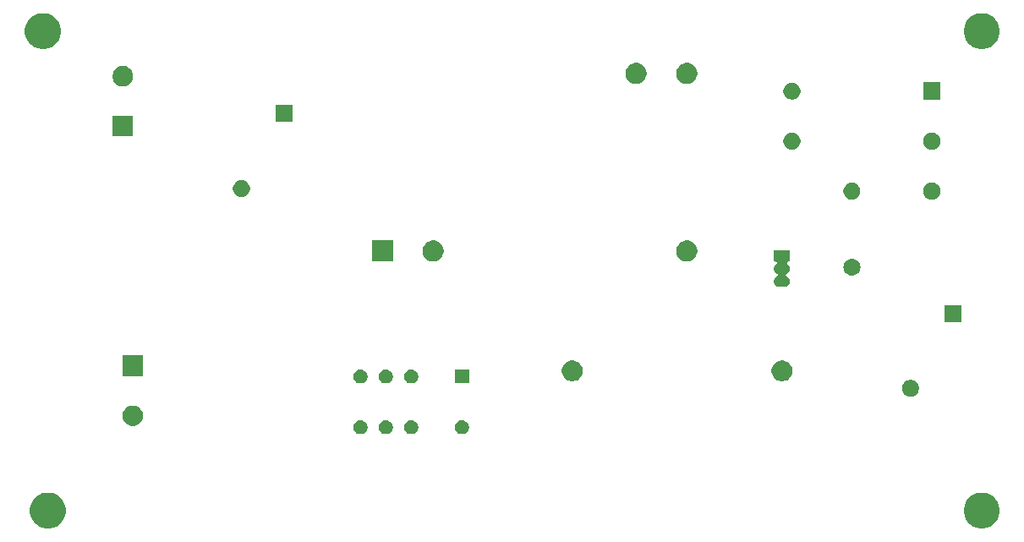
<source format=gbr>
%TF.GenerationSoftware,KiCad,Pcbnew,(5.0.1)-4*%
%TF.CreationDate,2019-03-02T13:09:36-06:00*%
%TF.ProjectId,PS Rev2,505320526576322E6B696361645F7063,rev?*%
%TF.SameCoordinates,Original*%
%TF.FileFunction,Soldermask,Bot*%
%TF.FilePolarity,Negative*%
%FSLAX46Y46*%
G04 Gerber Fmt 4.6, Leading zero omitted, Abs format (unit mm)*
G04 Created by KiCad (PCBNEW (5.0.1)-4) date 2019-03-02 1:09:36 PM*
%MOMM*%
%LPD*%
G01*
G04 APERTURE LIST*
%ADD10C,0.100000*%
G04 APERTURE END LIST*
D10*
G36*
X167525331Y-99268211D02*
X167853092Y-99403974D01*
X168148073Y-99601074D01*
X168398926Y-99851927D01*
X168596026Y-100146908D01*
X168731789Y-100474669D01*
X168801000Y-100822616D01*
X168801000Y-101177384D01*
X168731789Y-101525331D01*
X168596026Y-101853092D01*
X168398926Y-102148073D01*
X168148073Y-102398926D01*
X167853092Y-102596026D01*
X167525331Y-102731789D01*
X167177384Y-102801000D01*
X166822616Y-102801000D01*
X166474669Y-102731789D01*
X166146908Y-102596026D01*
X165851927Y-102398926D01*
X165601074Y-102148073D01*
X165403974Y-101853092D01*
X165268211Y-101525331D01*
X165199000Y-101177384D01*
X165199000Y-100822616D01*
X165268211Y-100474669D01*
X165403974Y-100146908D01*
X165601074Y-99851927D01*
X165851927Y-99601074D01*
X166146908Y-99403974D01*
X166474669Y-99268211D01*
X166822616Y-99199000D01*
X167177384Y-99199000D01*
X167525331Y-99268211D01*
X167525331Y-99268211D01*
G37*
G36*
X74025331Y-99268211D02*
X74353092Y-99403974D01*
X74648073Y-99601074D01*
X74898926Y-99851927D01*
X75096026Y-100146908D01*
X75231789Y-100474669D01*
X75301000Y-100822616D01*
X75301000Y-101177384D01*
X75231789Y-101525331D01*
X75096026Y-101853092D01*
X74898926Y-102148073D01*
X74648073Y-102398926D01*
X74353092Y-102596026D01*
X74025331Y-102731789D01*
X73677384Y-102801000D01*
X73322616Y-102801000D01*
X72974669Y-102731789D01*
X72646908Y-102596026D01*
X72351927Y-102398926D01*
X72101074Y-102148073D01*
X71903974Y-101853092D01*
X71768211Y-101525331D01*
X71699000Y-101177384D01*
X71699000Y-100822616D01*
X71768211Y-100474669D01*
X71903974Y-100146908D01*
X72101074Y-99851927D01*
X72351927Y-99601074D01*
X72646908Y-99403974D01*
X72974669Y-99268211D01*
X73322616Y-99199000D01*
X73677384Y-99199000D01*
X74025331Y-99268211D01*
X74025331Y-99268211D01*
G37*
G36*
X107535638Y-91962092D02*
X107535640Y-91962093D01*
X107535641Y-91962093D01*
X107663943Y-92015237D01*
X107778890Y-92092043D01*
X107779414Y-92092393D01*
X107877607Y-92190586D01*
X107877609Y-92190589D01*
X107954763Y-92306057D01*
X108007907Y-92434359D01*
X108035000Y-92570564D01*
X108035000Y-92709436D01*
X108007907Y-92845641D01*
X107954763Y-92973943D01*
X107877957Y-93088890D01*
X107877607Y-93089414D01*
X107779414Y-93187607D01*
X107779411Y-93187609D01*
X107663943Y-93264763D01*
X107535641Y-93317907D01*
X107535640Y-93317907D01*
X107535638Y-93317908D01*
X107399438Y-93345000D01*
X107260562Y-93345000D01*
X107124362Y-93317908D01*
X107124360Y-93317907D01*
X107124359Y-93317907D01*
X106996057Y-93264763D01*
X106880589Y-93187609D01*
X106880586Y-93187607D01*
X106782393Y-93089414D01*
X106782043Y-93088890D01*
X106705237Y-92973943D01*
X106652093Y-92845641D01*
X106625000Y-92709436D01*
X106625000Y-92570564D01*
X106652093Y-92434359D01*
X106705237Y-92306057D01*
X106782391Y-92190589D01*
X106782393Y-92190586D01*
X106880586Y-92092393D01*
X106881110Y-92092043D01*
X106996057Y-92015237D01*
X107124359Y-91962093D01*
X107124360Y-91962093D01*
X107124362Y-91962092D01*
X107260562Y-91935000D01*
X107399438Y-91935000D01*
X107535638Y-91962092D01*
X107535638Y-91962092D01*
G37*
G36*
X115155638Y-91962092D02*
X115155640Y-91962093D01*
X115155641Y-91962093D01*
X115283943Y-92015237D01*
X115398890Y-92092043D01*
X115399414Y-92092393D01*
X115497607Y-92190586D01*
X115497609Y-92190589D01*
X115574763Y-92306057D01*
X115627907Y-92434359D01*
X115655000Y-92570564D01*
X115655000Y-92709436D01*
X115627907Y-92845641D01*
X115574763Y-92973943D01*
X115497957Y-93088890D01*
X115497607Y-93089414D01*
X115399414Y-93187607D01*
X115399411Y-93187609D01*
X115283943Y-93264763D01*
X115155641Y-93317907D01*
X115155640Y-93317907D01*
X115155638Y-93317908D01*
X115019438Y-93345000D01*
X114880562Y-93345000D01*
X114744362Y-93317908D01*
X114744360Y-93317907D01*
X114744359Y-93317907D01*
X114616057Y-93264763D01*
X114500589Y-93187609D01*
X114500586Y-93187607D01*
X114402393Y-93089414D01*
X114402043Y-93088890D01*
X114325237Y-92973943D01*
X114272093Y-92845641D01*
X114245000Y-92709436D01*
X114245000Y-92570564D01*
X114272093Y-92434359D01*
X114325237Y-92306057D01*
X114402391Y-92190589D01*
X114402393Y-92190586D01*
X114500586Y-92092393D01*
X114501110Y-92092043D01*
X114616057Y-92015237D01*
X114744359Y-91962093D01*
X114744360Y-91962093D01*
X114744362Y-91962092D01*
X114880562Y-91935000D01*
X115019438Y-91935000D01*
X115155638Y-91962092D01*
X115155638Y-91962092D01*
G37*
G36*
X110075638Y-91962092D02*
X110075640Y-91962093D01*
X110075641Y-91962093D01*
X110203943Y-92015237D01*
X110318890Y-92092043D01*
X110319414Y-92092393D01*
X110417607Y-92190586D01*
X110417609Y-92190589D01*
X110494763Y-92306057D01*
X110547907Y-92434359D01*
X110575000Y-92570564D01*
X110575000Y-92709436D01*
X110547907Y-92845641D01*
X110494763Y-92973943D01*
X110417957Y-93088890D01*
X110417607Y-93089414D01*
X110319414Y-93187607D01*
X110319411Y-93187609D01*
X110203943Y-93264763D01*
X110075641Y-93317907D01*
X110075640Y-93317907D01*
X110075638Y-93317908D01*
X109939438Y-93345000D01*
X109800562Y-93345000D01*
X109664362Y-93317908D01*
X109664360Y-93317907D01*
X109664359Y-93317907D01*
X109536057Y-93264763D01*
X109420589Y-93187609D01*
X109420586Y-93187607D01*
X109322393Y-93089414D01*
X109322043Y-93088890D01*
X109245237Y-92973943D01*
X109192093Y-92845641D01*
X109165000Y-92709436D01*
X109165000Y-92570564D01*
X109192093Y-92434359D01*
X109245237Y-92306057D01*
X109322391Y-92190589D01*
X109322393Y-92190586D01*
X109420586Y-92092393D01*
X109421110Y-92092043D01*
X109536057Y-92015237D01*
X109664359Y-91962093D01*
X109664360Y-91962093D01*
X109664362Y-91962092D01*
X109800562Y-91935000D01*
X109939438Y-91935000D01*
X110075638Y-91962092D01*
X110075638Y-91962092D01*
G37*
G36*
X104995638Y-91962092D02*
X104995640Y-91962093D01*
X104995641Y-91962093D01*
X105123943Y-92015237D01*
X105238890Y-92092043D01*
X105239414Y-92092393D01*
X105337607Y-92190586D01*
X105337609Y-92190589D01*
X105414763Y-92306057D01*
X105467907Y-92434359D01*
X105495000Y-92570564D01*
X105495000Y-92709436D01*
X105467907Y-92845641D01*
X105414763Y-92973943D01*
X105337957Y-93088890D01*
X105337607Y-93089414D01*
X105239414Y-93187607D01*
X105239411Y-93187609D01*
X105123943Y-93264763D01*
X104995641Y-93317907D01*
X104995640Y-93317907D01*
X104995638Y-93317908D01*
X104859438Y-93345000D01*
X104720562Y-93345000D01*
X104584362Y-93317908D01*
X104584360Y-93317907D01*
X104584359Y-93317907D01*
X104456057Y-93264763D01*
X104340589Y-93187609D01*
X104340586Y-93187607D01*
X104242393Y-93089414D01*
X104242043Y-93088890D01*
X104165237Y-92973943D01*
X104112093Y-92845641D01*
X104085000Y-92709436D01*
X104085000Y-92570564D01*
X104112093Y-92434359D01*
X104165237Y-92306057D01*
X104242391Y-92190589D01*
X104242393Y-92190586D01*
X104340586Y-92092393D01*
X104341110Y-92092043D01*
X104456057Y-92015237D01*
X104584359Y-91962093D01*
X104584360Y-91962093D01*
X104584362Y-91962092D01*
X104720562Y-91935000D01*
X104859438Y-91935000D01*
X104995638Y-91962092D01*
X104995638Y-91962092D01*
G37*
G36*
X82299272Y-90513428D02*
X82485992Y-90590770D01*
X82654040Y-90703056D01*
X82796944Y-90845960D01*
X82909230Y-91014008D01*
X82986572Y-91200728D01*
X83026000Y-91398946D01*
X83026000Y-91601054D01*
X82986572Y-91799272D01*
X82909230Y-91985992D01*
X82796944Y-92154040D01*
X82654040Y-92296944D01*
X82485992Y-92409230D01*
X82299272Y-92486572D01*
X82101054Y-92526000D01*
X81898946Y-92526000D01*
X81700728Y-92486572D01*
X81514008Y-92409230D01*
X81345960Y-92296944D01*
X81203056Y-92154040D01*
X81090770Y-91985992D01*
X81013428Y-91799272D01*
X80974000Y-91601054D01*
X80974000Y-91398946D01*
X81013428Y-91200728D01*
X81090770Y-91014008D01*
X81203056Y-90845960D01*
X81345960Y-90703056D01*
X81514008Y-90590770D01*
X81700728Y-90513428D01*
X81898946Y-90474000D01*
X82101054Y-90474000D01*
X82299272Y-90513428D01*
X82299272Y-90513428D01*
G37*
G36*
X160123228Y-87931703D02*
X160278100Y-87995853D01*
X160417481Y-88088985D01*
X160536015Y-88207519D01*
X160629147Y-88346900D01*
X160693297Y-88501772D01*
X160726000Y-88666184D01*
X160726000Y-88833816D01*
X160693297Y-88998228D01*
X160629147Y-89153100D01*
X160536015Y-89292481D01*
X160417481Y-89411015D01*
X160278100Y-89504147D01*
X160123228Y-89568297D01*
X159958816Y-89601000D01*
X159791184Y-89601000D01*
X159626772Y-89568297D01*
X159471900Y-89504147D01*
X159332519Y-89411015D01*
X159213985Y-89292481D01*
X159120853Y-89153100D01*
X159056703Y-88998228D01*
X159024000Y-88833816D01*
X159024000Y-88666184D01*
X159056703Y-88501772D01*
X159120853Y-88346900D01*
X159213985Y-88207519D01*
X159332519Y-88088985D01*
X159471900Y-87995853D01*
X159626772Y-87931703D01*
X159791184Y-87899000D01*
X159958816Y-87899000D01*
X160123228Y-87931703D01*
X160123228Y-87931703D01*
G37*
G36*
X104995638Y-86882092D02*
X104995640Y-86882093D01*
X104995641Y-86882093D01*
X105123943Y-86935237D01*
X105238890Y-87012043D01*
X105239414Y-87012393D01*
X105337607Y-87110586D01*
X105337609Y-87110589D01*
X105414763Y-87226057D01*
X105467907Y-87354359D01*
X105495000Y-87490564D01*
X105495000Y-87629436D01*
X105467907Y-87765641D01*
X105414763Y-87893943D01*
X105337957Y-88008890D01*
X105337607Y-88009414D01*
X105239414Y-88107607D01*
X105239411Y-88107609D01*
X105123943Y-88184763D01*
X104995641Y-88237907D01*
X104995640Y-88237907D01*
X104995638Y-88237908D01*
X104859438Y-88265000D01*
X104720562Y-88265000D01*
X104584362Y-88237908D01*
X104584360Y-88237907D01*
X104584359Y-88237907D01*
X104456057Y-88184763D01*
X104340589Y-88107609D01*
X104340586Y-88107607D01*
X104242393Y-88009414D01*
X104242043Y-88008890D01*
X104165237Y-87893943D01*
X104112093Y-87765641D01*
X104085000Y-87629436D01*
X104085000Y-87490564D01*
X104112093Y-87354359D01*
X104165237Y-87226057D01*
X104242391Y-87110589D01*
X104242393Y-87110586D01*
X104340586Y-87012393D01*
X104341110Y-87012043D01*
X104456057Y-86935237D01*
X104584359Y-86882093D01*
X104584360Y-86882093D01*
X104584362Y-86882092D01*
X104720562Y-86855000D01*
X104859438Y-86855000D01*
X104995638Y-86882092D01*
X104995638Y-86882092D01*
G37*
G36*
X107535638Y-86882092D02*
X107535640Y-86882093D01*
X107535641Y-86882093D01*
X107663943Y-86935237D01*
X107778890Y-87012043D01*
X107779414Y-87012393D01*
X107877607Y-87110586D01*
X107877609Y-87110589D01*
X107954763Y-87226057D01*
X108007907Y-87354359D01*
X108035000Y-87490564D01*
X108035000Y-87629436D01*
X108007907Y-87765641D01*
X107954763Y-87893943D01*
X107877957Y-88008890D01*
X107877607Y-88009414D01*
X107779414Y-88107607D01*
X107779411Y-88107609D01*
X107663943Y-88184763D01*
X107535641Y-88237907D01*
X107535640Y-88237907D01*
X107535638Y-88237908D01*
X107399438Y-88265000D01*
X107260562Y-88265000D01*
X107124362Y-88237908D01*
X107124360Y-88237907D01*
X107124359Y-88237907D01*
X106996057Y-88184763D01*
X106880589Y-88107609D01*
X106880586Y-88107607D01*
X106782393Y-88009414D01*
X106782043Y-88008890D01*
X106705237Y-87893943D01*
X106652093Y-87765641D01*
X106625000Y-87629436D01*
X106625000Y-87490564D01*
X106652093Y-87354359D01*
X106705237Y-87226057D01*
X106782391Y-87110589D01*
X106782393Y-87110586D01*
X106880586Y-87012393D01*
X106881110Y-87012043D01*
X106996057Y-86935237D01*
X107124359Y-86882093D01*
X107124360Y-86882093D01*
X107124362Y-86882092D01*
X107260562Y-86855000D01*
X107399438Y-86855000D01*
X107535638Y-86882092D01*
X107535638Y-86882092D01*
G37*
G36*
X110075638Y-86882092D02*
X110075640Y-86882093D01*
X110075641Y-86882093D01*
X110203943Y-86935237D01*
X110318890Y-87012043D01*
X110319414Y-87012393D01*
X110417607Y-87110586D01*
X110417609Y-87110589D01*
X110494763Y-87226057D01*
X110547907Y-87354359D01*
X110575000Y-87490564D01*
X110575000Y-87629436D01*
X110547907Y-87765641D01*
X110494763Y-87893943D01*
X110417957Y-88008890D01*
X110417607Y-88009414D01*
X110319414Y-88107607D01*
X110319411Y-88107609D01*
X110203943Y-88184763D01*
X110075641Y-88237907D01*
X110075640Y-88237907D01*
X110075638Y-88237908D01*
X109939438Y-88265000D01*
X109800562Y-88265000D01*
X109664362Y-88237908D01*
X109664360Y-88237907D01*
X109664359Y-88237907D01*
X109536057Y-88184763D01*
X109420589Y-88107609D01*
X109420586Y-88107607D01*
X109322393Y-88009414D01*
X109322043Y-88008890D01*
X109245237Y-87893943D01*
X109192093Y-87765641D01*
X109165000Y-87629436D01*
X109165000Y-87490564D01*
X109192093Y-87354359D01*
X109245237Y-87226057D01*
X109322391Y-87110589D01*
X109322393Y-87110586D01*
X109420586Y-87012393D01*
X109421110Y-87012043D01*
X109536057Y-86935237D01*
X109664359Y-86882093D01*
X109664360Y-86882093D01*
X109664362Y-86882092D01*
X109800562Y-86855000D01*
X109939438Y-86855000D01*
X110075638Y-86882092D01*
X110075638Y-86882092D01*
G37*
G36*
X115655000Y-88265000D02*
X114245000Y-88265000D01*
X114245000Y-86855000D01*
X115655000Y-86855000D01*
X115655000Y-88265000D01*
X115655000Y-88265000D01*
G37*
G36*
X147306565Y-85989389D02*
X147497834Y-86068615D01*
X147669976Y-86183637D01*
X147816363Y-86330024D01*
X147931385Y-86502166D01*
X148010611Y-86693435D01*
X148051000Y-86896484D01*
X148051000Y-87103516D01*
X148010611Y-87306565D01*
X147931385Y-87497834D01*
X147816363Y-87669976D01*
X147669976Y-87816363D01*
X147497834Y-87931385D01*
X147306565Y-88010611D01*
X147103516Y-88051000D01*
X146896484Y-88051000D01*
X146693435Y-88010611D01*
X146502166Y-87931385D01*
X146330024Y-87816363D01*
X146183637Y-87669976D01*
X146068615Y-87497834D01*
X145989389Y-87306565D01*
X145949000Y-87103516D01*
X145949000Y-86896484D01*
X145989389Y-86693435D01*
X146068615Y-86502166D01*
X146183637Y-86330024D01*
X146330024Y-86183637D01*
X146502166Y-86068615D01*
X146693435Y-85989389D01*
X146896484Y-85949000D01*
X147103516Y-85949000D01*
X147306565Y-85989389D01*
X147306565Y-85989389D01*
G37*
G36*
X126306565Y-85989389D02*
X126497834Y-86068615D01*
X126669976Y-86183637D01*
X126816363Y-86330024D01*
X126931385Y-86502166D01*
X127010611Y-86693435D01*
X127051000Y-86896484D01*
X127051000Y-87103516D01*
X127010611Y-87306565D01*
X126931385Y-87497834D01*
X126816363Y-87669976D01*
X126669976Y-87816363D01*
X126497834Y-87931385D01*
X126306565Y-88010611D01*
X126103516Y-88051000D01*
X125896484Y-88051000D01*
X125693435Y-88010611D01*
X125502166Y-87931385D01*
X125330024Y-87816363D01*
X125183637Y-87669976D01*
X125068615Y-87497834D01*
X124989389Y-87306565D01*
X124949000Y-87103516D01*
X124949000Y-86896484D01*
X124989389Y-86693435D01*
X125068615Y-86502166D01*
X125183637Y-86330024D01*
X125330024Y-86183637D01*
X125502166Y-86068615D01*
X125693435Y-85989389D01*
X125896484Y-85949000D01*
X126103516Y-85949000D01*
X126306565Y-85989389D01*
X126306565Y-85989389D01*
G37*
G36*
X83026000Y-87526000D02*
X80974000Y-87526000D01*
X80974000Y-85474000D01*
X83026000Y-85474000D01*
X83026000Y-87526000D01*
X83026000Y-87526000D01*
G37*
G36*
X164976000Y-82101000D02*
X163274000Y-82101000D01*
X163274000Y-80399000D01*
X164976000Y-80399000D01*
X164976000Y-82101000D01*
X164976000Y-82101000D01*
G37*
G36*
X147801000Y-76076000D02*
X147636664Y-76076000D01*
X147612278Y-76078402D01*
X147588829Y-76085515D01*
X147567218Y-76097066D01*
X147548276Y-76112612D01*
X147532730Y-76131554D01*
X147521179Y-76153165D01*
X147514066Y-76176614D01*
X147511664Y-76201000D01*
X147514066Y-76225386D01*
X147521179Y-76248835D01*
X147532730Y-76270446D01*
X147557365Y-76297626D01*
X147634264Y-76360736D01*
X147706244Y-76448443D01*
X147759729Y-76548508D01*
X147792666Y-76657084D01*
X147803787Y-76770000D01*
X147792666Y-76882916D01*
X147759729Y-76991492D01*
X147759726Y-76991497D01*
X147706244Y-77091557D01*
X147634264Y-77179264D01*
X147546557Y-77251244D01*
X147465143Y-77294760D01*
X147444768Y-77308373D01*
X147427441Y-77325701D01*
X147413827Y-77346075D01*
X147404450Y-77368714D01*
X147399669Y-77392747D01*
X147399669Y-77417252D01*
X147404449Y-77441285D01*
X147413827Y-77463924D01*
X147427440Y-77484299D01*
X147444768Y-77501626D01*
X147465143Y-77515240D01*
X147546557Y-77558756D01*
X147634264Y-77630736D01*
X147706244Y-77718443D01*
X147759729Y-77818508D01*
X147792666Y-77927084D01*
X147803787Y-78040000D01*
X147792666Y-78152916D01*
X147759729Y-78261492D01*
X147706244Y-78361557D01*
X147634264Y-78449264D01*
X147546557Y-78521244D01*
X147446492Y-78574729D01*
X147337916Y-78607666D01*
X147253298Y-78616000D01*
X146746702Y-78616000D01*
X146662084Y-78607666D01*
X146553508Y-78574729D01*
X146453443Y-78521244D01*
X146365736Y-78449264D01*
X146293756Y-78361557D01*
X146240271Y-78261492D01*
X146207334Y-78152916D01*
X146196213Y-78040000D01*
X146207334Y-77927084D01*
X146240271Y-77818508D01*
X146293756Y-77718443D01*
X146365736Y-77630736D01*
X146453443Y-77558756D01*
X146534857Y-77515240D01*
X146555232Y-77501627D01*
X146572559Y-77484299D01*
X146586173Y-77463925D01*
X146595550Y-77441286D01*
X146600331Y-77417253D01*
X146600331Y-77392748D01*
X146595551Y-77368715D01*
X146586173Y-77346076D01*
X146572560Y-77325701D01*
X146555232Y-77308374D01*
X146534857Y-77294760D01*
X146453443Y-77251244D01*
X146365736Y-77179264D01*
X146293756Y-77091557D01*
X146240274Y-76991497D01*
X146240271Y-76991492D01*
X146207334Y-76882916D01*
X146196213Y-76770000D01*
X146207334Y-76657084D01*
X146240271Y-76548508D01*
X146293756Y-76448443D01*
X146365736Y-76360736D01*
X146442635Y-76297626D01*
X146459962Y-76280299D01*
X146473576Y-76259924D01*
X146482954Y-76237285D01*
X146487734Y-76213252D01*
X146487734Y-76188748D01*
X146482953Y-76164714D01*
X146473576Y-76142075D01*
X146459962Y-76121701D01*
X146442635Y-76104374D01*
X146422260Y-76090760D01*
X146399621Y-76081382D01*
X146363336Y-76076000D01*
X146199000Y-76076000D01*
X146199000Y-74924000D01*
X147801000Y-74924000D01*
X147801000Y-76076000D01*
X147801000Y-76076000D01*
G37*
G36*
X154166821Y-75781313D02*
X154166824Y-75781314D01*
X154166825Y-75781314D01*
X154327239Y-75829975D01*
X154327241Y-75829976D01*
X154327244Y-75829977D01*
X154475078Y-75908995D01*
X154604659Y-76015341D01*
X154711005Y-76144922D01*
X154790023Y-76292756D01*
X154790024Y-76292759D01*
X154790025Y-76292761D01*
X154838686Y-76453175D01*
X154838687Y-76453179D01*
X154855117Y-76620000D01*
X154838687Y-76786821D01*
X154790023Y-76947244D01*
X154711005Y-77095078D01*
X154604659Y-77224659D01*
X154475078Y-77331005D01*
X154327244Y-77410023D01*
X154327241Y-77410024D01*
X154327239Y-77410025D01*
X154166825Y-77458686D01*
X154166824Y-77458686D01*
X154166821Y-77458687D01*
X154041804Y-77471000D01*
X153958196Y-77471000D01*
X153833179Y-77458687D01*
X153833176Y-77458686D01*
X153833175Y-77458686D01*
X153672761Y-77410025D01*
X153672759Y-77410024D01*
X153672756Y-77410023D01*
X153524922Y-77331005D01*
X153395341Y-77224659D01*
X153288995Y-77095078D01*
X153209977Y-76947244D01*
X153161313Y-76786821D01*
X153144883Y-76620000D01*
X153161313Y-76453179D01*
X153161314Y-76453175D01*
X153209975Y-76292761D01*
X153209976Y-76292759D01*
X153209977Y-76292756D01*
X153288995Y-76144922D01*
X153395341Y-76015341D01*
X153524922Y-75908995D01*
X153672756Y-75829977D01*
X153672759Y-75829976D01*
X153672761Y-75829975D01*
X153833175Y-75781314D01*
X153833176Y-75781314D01*
X153833179Y-75781313D01*
X153958196Y-75769000D01*
X154041804Y-75769000D01*
X154166821Y-75781313D01*
X154166821Y-75781313D01*
G37*
G36*
X112386565Y-73989389D02*
X112577834Y-74068615D01*
X112749976Y-74183637D01*
X112896363Y-74330024D01*
X113011385Y-74502166D01*
X113090611Y-74693435D01*
X113131000Y-74896484D01*
X113131000Y-75103516D01*
X113090611Y-75306565D01*
X113011385Y-75497834D01*
X112896363Y-75669976D01*
X112749976Y-75816363D01*
X112577834Y-75931385D01*
X112386565Y-76010611D01*
X112183516Y-76051000D01*
X111976484Y-76051000D01*
X111773435Y-76010611D01*
X111582166Y-75931385D01*
X111410024Y-75816363D01*
X111263637Y-75669976D01*
X111148615Y-75497834D01*
X111069389Y-75306565D01*
X111029000Y-75103516D01*
X111029000Y-74896484D01*
X111069389Y-74693435D01*
X111148615Y-74502166D01*
X111263637Y-74330024D01*
X111410024Y-74183637D01*
X111582166Y-74068615D01*
X111773435Y-73989389D01*
X111976484Y-73949000D01*
X112183516Y-73949000D01*
X112386565Y-73989389D01*
X112386565Y-73989389D01*
G37*
G36*
X108051000Y-76051000D02*
X105949000Y-76051000D01*
X105949000Y-73949000D01*
X108051000Y-73949000D01*
X108051000Y-76051000D01*
X108051000Y-76051000D01*
G37*
G36*
X137786565Y-73989389D02*
X137977834Y-74068615D01*
X138149976Y-74183637D01*
X138296363Y-74330024D01*
X138411385Y-74502166D01*
X138490611Y-74693435D01*
X138531000Y-74896484D01*
X138531000Y-75103516D01*
X138490611Y-75306565D01*
X138411385Y-75497834D01*
X138296363Y-75669976D01*
X138149976Y-75816363D01*
X137977834Y-75931385D01*
X137786565Y-76010611D01*
X137583516Y-76051000D01*
X137376484Y-76051000D01*
X137173435Y-76010611D01*
X136982166Y-75931385D01*
X136810024Y-75816363D01*
X136663637Y-75669976D01*
X136548615Y-75497834D01*
X136469389Y-75306565D01*
X136429000Y-75103516D01*
X136429000Y-74896484D01*
X136469389Y-74693435D01*
X136548615Y-74502166D01*
X136663637Y-74330024D01*
X136810024Y-74183637D01*
X136982166Y-74068615D01*
X137173435Y-73989389D01*
X137376484Y-73949000D01*
X137583516Y-73949000D01*
X137786565Y-73989389D01*
X137786565Y-73989389D01*
G37*
G36*
X162128589Y-68132416D02*
X162255520Y-68157664D01*
X162414942Y-68223699D01*
X162558418Y-68319566D01*
X162680434Y-68441582D01*
X162776301Y-68585058D01*
X162842336Y-68744480D01*
X162876000Y-68913721D01*
X162876000Y-69086279D01*
X162842336Y-69255520D01*
X162776301Y-69414942D01*
X162680434Y-69558418D01*
X162558418Y-69680434D01*
X162414942Y-69776301D01*
X162255520Y-69842336D01*
X162128589Y-69867584D01*
X162086280Y-69876000D01*
X161913720Y-69876000D01*
X161871411Y-69867584D01*
X161744480Y-69842336D01*
X161585058Y-69776301D01*
X161441582Y-69680434D01*
X161319566Y-69558418D01*
X161223699Y-69414942D01*
X161157664Y-69255520D01*
X161124000Y-69086279D01*
X161124000Y-68913721D01*
X161157664Y-68744480D01*
X161223699Y-68585058D01*
X161319566Y-68441582D01*
X161441582Y-68319566D01*
X161585058Y-68223699D01*
X161744480Y-68157664D01*
X161871411Y-68132416D01*
X161913720Y-68124000D01*
X162086280Y-68124000D01*
X162128589Y-68132416D01*
X162128589Y-68132416D01*
G37*
G36*
X154248228Y-68181703D02*
X154403100Y-68245853D01*
X154542481Y-68338985D01*
X154661015Y-68457519D01*
X154754147Y-68596900D01*
X154818297Y-68751772D01*
X154851000Y-68916184D01*
X154851000Y-69083816D01*
X154818297Y-69248228D01*
X154754147Y-69403100D01*
X154661015Y-69542481D01*
X154542481Y-69661015D01*
X154403100Y-69754147D01*
X154248228Y-69818297D01*
X154083816Y-69851000D01*
X153916184Y-69851000D01*
X153751772Y-69818297D01*
X153596900Y-69754147D01*
X153457519Y-69661015D01*
X153338985Y-69542481D01*
X153245853Y-69403100D01*
X153181703Y-69248228D01*
X153149000Y-69083816D01*
X153149000Y-68916184D01*
X153181703Y-68751772D01*
X153245853Y-68596900D01*
X153338985Y-68457519D01*
X153457519Y-68338985D01*
X153596900Y-68245853D01*
X153751772Y-68181703D01*
X153916184Y-68149000D01*
X154083816Y-68149000D01*
X154248228Y-68181703D01*
X154248228Y-68181703D01*
G37*
G36*
X93123228Y-67931703D02*
X93278100Y-67995853D01*
X93417481Y-68088985D01*
X93536015Y-68207519D01*
X93629147Y-68346900D01*
X93693297Y-68501772D01*
X93726000Y-68666184D01*
X93726000Y-68833816D01*
X93693297Y-68998228D01*
X93629147Y-69153100D01*
X93536015Y-69292481D01*
X93417481Y-69411015D01*
X93278100Y-69504147D01*
X93123228Y-69568297D01*
X92958816Y-69601000D01*
X92791184Y-69601000D01*
X92626772Y-69568297D01*
X92471900Y-69504147D01*
X92332519Y-69411015D01*
X92213985Y-69292481D01*
X92120853Y-69153100D01*
X92056703Y-68998228D01*
X92024000Y-68833816D01*
X92024000Y-68666184D01*
X92056703Y-68501772D01*
X92120853Y-68346900D01*
X92213985Y-68207519D01*
X92332519Y-68088985D01*
X92471900Y-67995853D01*
X92626772Y-67931703D01*
X92791184Y-67899000D01*
X92958816Y-67899000D01*
X93123228Y-67931703D01*
X93123228Y-67931703D01*
G37*
G36*
X162128589Y-63132416D02*
X162255520Y-63157664D01*
X162414942Y-63223699D01*
X162558418Y-63319566D01*
X162680434Y-63441582D01*
X162776301Y-63585058D01*
X162842336Y-63744480D01*
X162876000Y-63913721D01*
X162876000Y-64086279D01*
X162842336Y-64255520D01*
X162776301Y-64414942D01*
X162680434Y-64558418D01*
X162558418Y-64680434D01*
X162414942Y-64776301D01*
X162255520Y-64842336D01*
X162128589Y-64867584D01*
X162086280Y-64876000D01*
X161913720Y-64876000D01*
X161871411Y-64867584D01*
X161744480Y-64842336D01*
X161585058Y-64776301D01*
X161441582Y-64680434D01*
X161319566Y-64558418D01*
X161223699Y-64414942D01*
X161157664Y-64255520D01*
X161124000Y-64086279D01*
X161124000Y-63913721D01*
X161157664Y-63744480D01*
X161223699Y-63585058D01*
X161319566Y-63441582D01*
X161441582Y-63319566D01*
X161585058Y-63223699D01*
X161744480Y-63157664D01*
X161871411Y-63132416D01*
X161913720Y-63124000D01*
X162086280Y-63124000D01*
X162128589Y-63132416D01*
X162128589Y-63132416D01*
G37*
G36*
X148248228Y-63181703D02*
X148403100Y-63245853D01*
X148542481Y-63338985D01*
X148661015Y-63457519D01*
X148754147Y-63596900D01*
X148818297Y-63751772D01*
X148851000Y-63916184D01*
X148851000Y-64083816D01*
X148818297Y-64248228D01*
X148754147Y-64403100D01*
X148661015Y-64542481D01*
X148542481Y-64661015D01*
X148403100Y-64754147D01*
X148248228Y-64818297D01*
X148083816Y-64851000D01*
X147916184Y-64851000D01*
X147751772Y-64818297D01*
X147596900Y-64754147D01*
X147457519Y-64661015D01*
X147338985Y-64542481D01*
X147245853Y-64403100D01*
X147181703Y-64248228D01*
X147149000Y-64083816D01*
X147149000Y-63916184D01*
X147181703Y-63751772D01*
X147245853Y-63596900D01*
X147338985Y-63457519D01*
X147457519Y-63338985D01*
X147596900Y-63245853D01*
X147751772Y-63181703D01*
X147916184Y-63149000D01*
X148083816Y-63149000D01*
X148248228Y-63181703D01*
X148248228Y-63181703D01*
G37*
G36*
X82026000Y-63526000D02*
X79974000Y-63526000D01*
X79974000Y-61474000D01*
X82026000Y-61474000D01*
X82026000Y-63526000D01*
X82026000Y-63526000D01*
G37*
G36*
X97976000Y-62101000D02*
X96274000Y-62101000D01*
X96274000Y-60399000D01*
X97976000Y-60399000D01*
X97976000Y-62101000D01*
X97976000Y-62101000D01*
G37*
G36*
X162876000Y-59876000D02*
X161124000Y-59876000D01*
X161124000Y-58124000D01*
X162876000Y-58124000D01*
X162876000Y-59876000D01*
X162876000Y-59876000D01*
G37*
G36*
X148248228Y-58181703D02*
X148403100Y-58245853D01*
X148542481Y-58338985D01*
X148661015Y-58457519D01*
X148754147Y-58596900D01*
X148818297Y-58751772D01*
X148851000Y-58916184D01*
X148851000Y-59083816D01*
X148818297Y-59248228D01*
X148754147Y-59403100D01*
X148661015Y-59542481D01*
X148542481Y-59661015D01*
X148403100Y-59754147D01*
X148248228Y-59818297D01*
X148083816Y-59851000D01*
X147916184Y-59851000D01*
X147751772Y-59818297D01*
X147596900Y-59754147D01*
X147457519Y-59661015D01*
X147338985Y-59542481D01*
X147245853Y-59403100D01*
X147181703Y-59248228D01*
X147149000Y-59083816D01*
X147149000Y-58916184D01*
X147181703Y-58751772D01*
X147245853Y-58596900D01*
X147338985Y-58457519D01*
X147457519Y-58338985D01*
X147596900Y-58245853D01*
X147751772Y-58181703D01*
X147916184Y-58149000D01*
X148083816Y-58149000D01*
X148248228Y-58181703D01*
X148248228Y-58181703D01*
G37*
G36*
X81299272Y-56513428D02*
X81485992Y-56590770D01*
X81654040Y-56703056D01*
X81796944Y-56845960D01*
X81909230Y-57014008D01*
X81986572Y-57200728D01*
X82026000Y-57398946D01*
X82026000Y-57601054D01*
X81986572Y-57799272D01*
X81909230Y-57985992D01*
X81796944Y-58154040D01*
X81654040Y-58296944D01*
X81485992Y-58409230D01*
X81299272Y-58486572D01*
X81101054Y-58526000D01*
X80898946Y-58526000D01*
X80700728Y-58486572D01*
X80514008Y-58409230D01*
X80345960Y-58296944D01*
X80203056Y-58154040D01*
X80090770Y-57985992D01*
X80013428Y-57799272D01*
X79974000Y-57601054D01*
X79974000Y-57398946D01*
X80013428Y-57200728D01*
X80090770Y-57014008D01*
X80203056Y-56845960D01*
X80345960Y-56703056D01*
X80514008Y-56590770D01*
X80700728Y-56513428D01*
X80898946Y-56474000D01*
X81101054Y-56474000D01*
X81299272Y-56513428D01*
X81299272Y-56513428D01*
G37*
G36*
X137786565Y-56209389D02*
X137977834Y-56288615D01*
X138149976Y-56403637D01*
X138296363Y-56550024D01*
X138411385Y-56722166D01*
X138490611Y-56913435D01*
X138531000Y-57116484D01*
X138531000Y-57323516D01*
X138490611Y-57526565D01*
X138411385Y-57717834D01*
X138296363Y-57889976D01*
X138149976Y-58036363D01*
X137977834Y-58151385D01*
X137786565Y-58230611D01*
X137583516Y-58271000D01*
X137376484Y-58271000D01*
X137173435Y-58230611D01*
X136982166Y-58151385D01*
X136810024Y-58036363D01*
X136663637Y-57889976D01*
X136548615Y-57717834D01*
X136469389Y-57526565D01*
X136429000Y-57323516D01*
X136429000Y-57116484D01*
X136469389Y-56913435D01*
X136548615Y-56722166D01*
X136663637Y-56550024D01*
X136810024Y-56403637D01*
X136982166Y-56288615D01*
X137173435Y-56209389D01*
X137376484Y-56169000D01*
X137583516Y-56169000D01*
X137786565Y-56209389D01*
X137786565Y-56209389D01*
G37*
G36*
X132706565Y-56209389D02*
X132897834Y-56288615D01*
X133069976Y-56403637D01*
X133216363Y-56550024D01*
X133331385Y-56722166D01*
X133410611Y-56913435D01*
X133451000Y-57116484D01*
X133451000Y-57323516D01*
X133410611Y-57526565D01*
X133331385Y-57717834D01*
X133216363Y-57889976D01*
X133069976Y-58036363D01*
X132897834Y-58151385D01*
X132706565Y-58230611D01*
X132503516Y-58271000D01*
X132296484Y-58271000D01*
X132093435Y-58230611D01*
X131902166Y-58151385D01*
X131730024Y-58036363D01*
X131583637Y-57889976D01*
X131468615Y-57717834D01*
X131389389Y-57526565D01*
X131349000Y-57323516D01*
X131349000Y-57116484D01*
X131389389Y-56913435D01*
X131468615Y-56722166D01*
X131583637Y-56550024D01*
X131730024Y-56403637D01*
X131902166Y-56288615D01*
X132093435Y-56209389D01*
X132296484Y-56169000D01*
X132503516Y-56169000D01*
X132706565Y-56209389D01*
X132706565Y-56209389D01*
G37*
G36*
X73525331Y-51268211D02*
X73853092Y-51403974D01*
X74148073Y-51601074D01*
X74398926Y-51851927D01*
X74596026Y-52146908D01*
X74731789Y-52474669D01*
X74801000Y-52822616D01*
X74801000Y-53177384D01*
X74731789Y-53525331D01*
X74596026Y-53853092D01*
X74398926Y-54148073D01*
X74148073Y-54398926D01*
X73853092Y-54596026D01*
X73525331Y-54731789D01*
X73177384Y-54801000D01*
X72822616Y-54801000D01*
X72474669Y-54731789D01*
X72146908Y-54596026D01*
X71851927Y-54398926D01*
X71601074Y-54148073D01*
X71403974Y-53853092D01*
X71268211Y-53525331D01*
X71199000Y-53177384D01*
X71199000Y-52822616D01*
X71268211Y-52474669D01*
X71403974Y-52146908D01*
X71601074Y-51851927D01*
X71851927Y-51601074D01*
X72146908Y-51403974D01*
X72474669Y-51268211D01*
X72822616Y-51199000D01*
X73177384Y-51199000D01*
X73525331Y-51268211D01*
X73525331Y-51268211D01*
G37*
G36*
X167525331Y-51268211D02*
X167853092Y-51403974D01*
X168148073Y-51601074D01*
X168398926Y-51851927D01*
X168596026Y-52146908D01*
X168731789Y-52474669D01*
X168801000Y-52822616D01*
X168801000Y-53177384D01*
X168731789Y-53525331D01*
X168596026Y-53853092D01*
X168398926Y-54148073D01*
X168148073Y-54398926D01*
X167853092Y-54596026D01*
X167525331Y-54731789D01*
X167177384Y-54801000D01*
X166822616Y-54801000D01*
X166474669Y-54731789D01*
X166146908Y-54596026D01*
X165851927Y-54398926D01*
X165601074Y-54148073D01*
X165403974Y-53853092D01*
X165268211Y-53525331D01*
X165199000Y-53177384D01*
X165199000Y-52822616D01*
X165268211Y-52474669D01*
X165403974Y-52146908D01*
X165601074Y-51851927D01*
X165851927Y-51601074D01*
X166146908Y-51403974D01*
X166474669Y-51268211D01*
X166822616Y-51199000D01*
X167177384Y-51199000D01*
X167525331Y-51268211D01*
X167525331Y-51268211D01*
G37*
M02*

</source>
